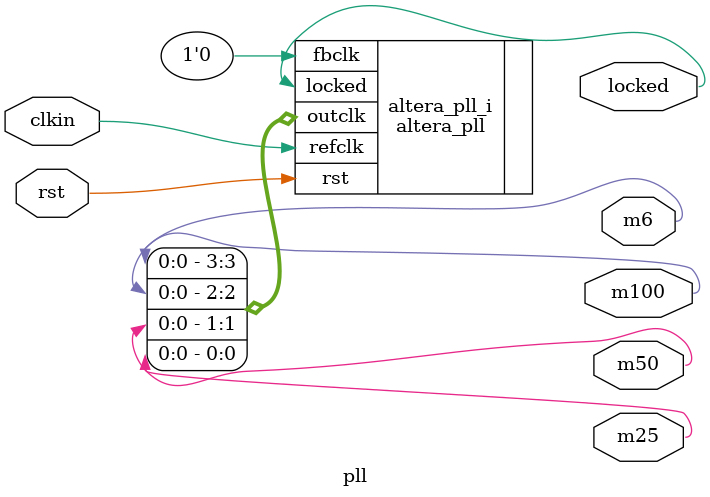
<source format=v>
module pll
(
    input  clkin,
    input  rst,
    output m6,
    output m25,
    output m50,
    output m100,
    output locked
);
altera_pll #(
    .fractional_vco_multiplier("false"),
    .reference_clock_frequency("50.0 MHz"),
    .operation_mode    ("normal"),
    .number_of_clocks  (4),
    .output_clock_frequency0("25.0 MHz"),   .phase_shift0("0 ps"),  .duty_cycle0(50),
    .output_clock_frequency1("50.0 MHz"),   .phase_shift1("0 ps"),  .duty_cycle1(50),
    .output_clock_frequency2("100.0 MHz"),  .phase_shift2("0 ps"),  .duty_cycle2(50),
    .output_clock_frequency3("6.25 MHz"),   .phase_shift3("0 ps"),  .duty_cycle3(50),
    .output_clock_frequency4("0.0 MHz"),    .phase_shift4("0 ps"),  .duty_cycle4(50),
    .output_clock_frequency5("0.0 MHz"),    .phase_shift5("0 ps"),  .duty_cycle5(50),
    .output_clock_frequency6("0.0 MHz"),    .phase_shift6("0 ps"),  .duty_cycle6(50),
    .output_clock_frequency7("0.0 MHz"),    .phase_shift7("0 ps"),  .duty_cycle7(50),
    .output_clock_frequency8("0.0 MHz"),    .phase_shift8("0 ps"),  .duty_cycle8(50),
    .output_clock_frequency9("0.0 MHz"),    .phase_shift9("0 ps"),  .duty_cycle9(50),
    .output_clock_frequency10("0.0 MHz"),   .phase_shift10("0 ps"), .duty_cycle10(50),
    .output_clock_frequency11("0.0 MHz"),   .phase_shift11("0 ps"), .duty_cycle11(50),
    .output_clock_frequency12("0.0 MHz"),   .phase_shift12("0 ps"), .duty_cycle12(50),
    .output_clock_frequency13("0.0 MHz"),   .phase_shift13("0 ps"), .duty_cycle13(50),
    .output_clock_frequency14("0.0 MHz"),   .phase_shift14("0 ps"), .duty_cycle14(50),
    .output_clock_frequency15("0.0 MHz"),   .phase_shift15("0 ps"), .duty_cycle15(50),
    .output_clock_frequency16("0.0 MHz"),   .phase_shift16("0 ps"), .duty_cycle16(50),
    .output_clock_frequency17("0.0 MHz"),   .phase_shift17("0 ps"), .duty_cycle17(50),
    .pll_type("General"),
    .pll_subtype("General")
)
altera_pll_i
(
    .rst      (rst),
    .outclk   ({m6, m100,m50,m25}),
    .locked   (locked),
    .fbclk    (1'b0),
    .refclk   (clkin)
);
endmodule

</source>
